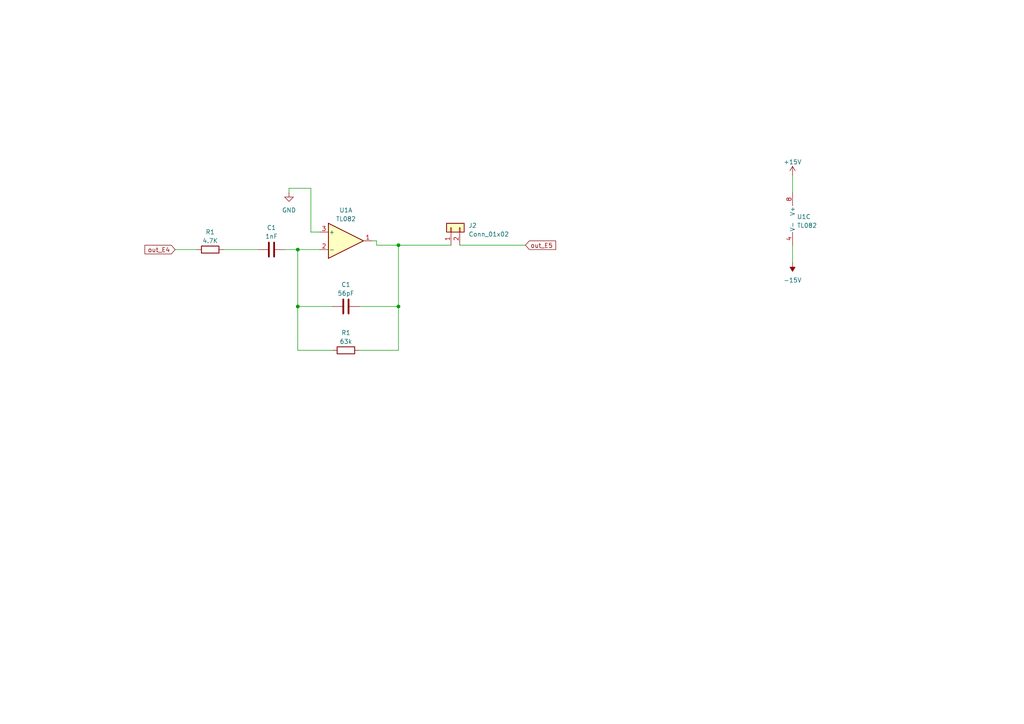
<source format=kicad_sch>
(kicad_sch (version 20230121) (generator eeschema)
  (paper "A4")
  (lib_symbols
    (symbol "Amplifier_Operational:TL082" (pin_names (offset 0.127))
      (property "Reference" "U" (at 0 5.08 0))
      (property "Value" "TL082" (at 0 -5.08 0))
      (symbol "TL082_1_1"
        (polyline (pts (xy -5.08 5.08) (xy 5.08 0) (xy -5.08 -5.08) (xy -5.08 5.08)) (stroke (width 0.254)) (fill (type background)))
        (pin output line (at 7.62 0 180) (length 2.54) (name "~") (number "1"))
        (pin input line (at -7.62 -2.54 0) (length 2.54) (name "-") (number "2"))
        (pin input line (at -7.62 2.54 0) (length 2.54) (name "+") (number "3"))
      )
      (symbol "TL082_2_1"
        (polyline (pts (xy -5.08 5.08) (xy 5.08 0) (xy -5.08 -5.08) (xy -5.08 5.08)) (stroke (width 0.254)) (fill (type background)))
        (pin input line (at -7.62 2.54 0) (length 2.54) (name "+") (number "5"))
        (pin input line (at -7.62 -2.54 0) (length 2.54) (name "-") (number "6"))
        (pin output line (at 7.62 0 180) (length 2.54) (name "~") (number "7"))
      )
      (symbol "TL082_3_1"
        (pin power_in line (at -2.54 -7.62 90) (length 3.81) (name "V-") (number "4"))
        (pin power_in line (at -2.54 7.62 270) (length 3.81) (name "V+") (number "8"))
      )
    )
    (symbol "Connector_Generic:Conn_01x02" (pin_names (offset 1.016) hide)
      (property "Reference" "J" (at 0 2.54 0))
      (property "Value" "Conn_01x02" (at 0 -5.08 0))
      (symbol "Conn_01x02_1_1"
        (rectangle (start -1.27 -2.413) (end 0 -2.667) (stroke (width 0.1524)))
        (rectangle (start -1.27 0.127) (end 0 -0.127) (stroke (width 0.1524)))
        (rectangle (start -1.27 1.27) (end 1.27 -3.81) (stroke (width 0.254)) (fill (type background)))
        (pin passive line (at -5.08 0 0) (length 3.81) (name "Pin_1") (number "1"))
        (pin passive line (at -5.08 -2.54 0) (length 3.81) (name "Pin_2") (number "2"))
      )
    )
    (symbol "Device:C" (pin_numbers hide) (pin_names (offset 0.254))
      (property "Reference" "C" (at 0.635 2.54 0))
      (property "Value" "C" (at 0.635 -2.54 0))
      (symbol "C_0_1"
        (polyline (pts (xy -2.032 -0.762) (xy 2.032 -0.762)) (stroke (width 0.508)))
        (polyline (pts (xy -2.032 0.762) (xy 2.032 0.762)) (stroke (width 0.508)))
      )
      (symbol "C_1_1"
        (pin passive line (at 0 3.81 270) (length 2.794) (name "~") (number "1"))
        (pin passive line (at 0 -3.81 90) (length 2.794) (name "~") (number "2"))
      )
    )
    (symbol "Device:R" (pin_numbers hide) (pin_names (offset 0))
      (property "Reference" "R" (at 2.032 0 90))
      (property "Value" "R" (at 0 0 90))
      (symbol "R_0_1"
        (rectangle (start -1.016 -2.54) (end 1.016 2.54) (stroke (width 0.254)))
      )
      (symbol "R_1_1"
        (pin passive line (at 0 3.81 270) (length 1.27) (name "~") (number "1"))
        (pin passive line (at 0 -3.81 90) (length 1.27) (name "~") (number "2"))
      )
    )
    (symbol "power:+15V" (power) (pin_names (offset 0))
      (property "Value" "+15V" (at 0 3.556 0))
      (symbol "+15V_0_1"
        (polyline (pts (xy -0.762 1.27) (xy 0 2.54)))
        (polyline (pts (xy 0 0) (xy 0 2.54)))
        (polyline (pts (xy 0 2.54) (xy 0.762 1.27)))
      )
      (symbol "+15V_1_1"
        (pin power_in line (at 0 0 90) (length 0) hide (name "+15V") (number "1"))
      )
    )
    (symbol "power:-15V" (power) (pin_names (offset 0))
      (property "Value" "-15V" (at 0 3.81 0))
      (symbol "-15V_0_0"
        (pin power_in line (at 0 0 90) (length 0) hide (name "-15V") (number "1"))
      )
      (symbol "-15V_0_1"
        (polyline (pts (xy 0 0) (xy 0 1.27) (xy 0.762 1.27) (xy 0 2.54) (xy -0.762 1.27) (xy 0 1.27)) (fill (type outline)))
      )
    )
    (symbol "power:GND" (power) (pin_names (offset 0))
      (property "Value" "GND" (at 0 -3.81 0))
      (symbol "GND_0_1"
        (polyline (pts (xy 0 0) (xy 0 -1.27) (xy 1.27 -1.27) (xy 0 -2.54) (xy -1.27 -1.27) (xy 0 -1.27)))
      )
      (symbol "GND_1_1"
        (pin power_in line (at 0 0 270) (length 0) hide (name "GND") (number "1"))
      )
    )
  )
  (junction (at 86.36 72.39))
  (junction (at 115.57 88.9))
  (junction (at 115.57 71.12))
  (junction (at 86.36 88.9))
  (wire (pts (xy 109.22 71.12) (xy 109.22 69.85)))
  (wire (pts (xy 86.36 88.9) (xy 86.36 72.39)))
  (wire (pts (xy 50.8 72.39) (xy 57.15 72.39)))
  (wire (pts (xy 82.55 72.39) (xy 86.36 72.39)))
  (wire (pts (xy 86.36 88.9) (xy 96.52 88.9)))
  (wire (pts (xy 115.57 101.6) (xy 115.57 88.9)))
  (wire (pts (xy 83.82 54.61) (xy 90.17 54.61)))
  (wire (pts (xy 90.17 67.31) (xy 92.71 67.31)))
  (wire (pts (xy 90.17 54.61) (xy 90.17 67.31)))
  (wire (pts (xy 104.14 88.9) (xy 115.57 88.9)))
  (wire (pts (xy 109.22 69.85) (xy 107.95 69.85)))
  (wire (pts (xy 104.14 101.6) (xy 115.57 101.6)))
  (wire (pts (xy 64.77 72.39) (xy 74.93 72.39)))
  (wire (pts (xy 229.87 71.12) (xy 229.87 76.2)))
  (wire (pts (xy 83.82 55.88) (xy 83.82 54.61)))
  (wire (pts (xy 96.52 101.6) (xy 86.36 101.6)))
  (wire (pts (xy 86.36 72.39) (xy 92.71 72.39)))
  (wire (pts (xy 86.36 101.6) (xy 86.36 88.9)))
  (wire (pts (xy 133.35 71.12) (xy 152.4 71.12)))
  (wire (pts (xy 229.87 50.8) (xy 229.87 55.88)))
  (wire (pts (xy 115.57 88.9) (xy 115.57 71.12)))
  (wire (pts (xy 130.81 71.12) (xy 115.57 71.12)))
  (wire (pts (xy 115.57 71.12) (xy 109.22 71.12)))
  (global_label "out_E4" (shape input) (at 50.8 72.39 180) (property "Intersheetrefs" "${INTERSHEET_REFS}" (effects hide)))
  (global_label "out_E5" (shape input) (at 152.4 71.12 0) (property "Intersheetrefs" "${INTERSHEET_REFS}" (effects hide)))
  (symbol (lib_id "power:GND") (at 83.82 55.88 0) (unit 1)
    (property "Reference" "#PWR020" (effects hide))
    (property "Value" "GND" (at 83.82 60.96 0))
  )
  (symbol (lib_id "Device:R") (at 100.33 101.6 90) (unit 1)
    (property "Reference" "R1" (at 100.33 96.52 90))
    (property "Value" "63k" (at 100.33 99.06 90))
    (property "Footprint" "Resistor_THT:R_Axial_DIN0207_L6.3mm_D2.5mm_P10.16mm_Horizontal" (effects hide))
    (instances (project "op" (path "" (reference "R1") (unit 1)) (path "" (reference "R21") (unit 1))))
  )
  (symbol (lib_id "Device:C") (at 78.74 72.39 90) (unit 1)
    (property "Reference" "C1" (at 78.74 66.04 90))
    (property "Value" "1nF" (at 78.74 68.58 90))
    (property "Footprint" "Capacitor_THT:CP_Radial_Tantal_D6.0mm_P5.00mm" (effects hide))
    (instances (project "op" (path "" (reference "C1") (unit 1)) (path "" (reference "C2") (unit 1))))
  )
  (symbol (lib_id "Amplifier_Operational:TL082") (at 100.33 69.85 0) (unit 1)
    (property "Reference" "U1" (at 100.33 60.96 0))
    (property "Value" "TL082" (at 100.33 63.5 0))
    (property "Footprint" "Package_DIP:DIP-8_W10.16mm_LongPads" (effects hide))
    (property "Datasheet" "http://www.ti.com/lit/ds/symlink/tl081.pdf" (effects hide))
    (instances (project "op" (path "" (reference "U1") (unit 1)) (path "" (reference "U4") (unit 1))))
  )
  (symbol (lib_id "power:+15V") (at 229.87 50.8 0) (unit 1)
    (property "Reference" "#PWR021" (effects hide))
    (property "Value" "+15V" (at 229.87 46.99 0))
  )
  (symbol (lib_id "Device:R") (at 60.96 72.39 90) (unit 1)
    (property "Reference" "R1" (at 60.96 67.31 90))
    (property "Value" "4.7K" (at 60.96 69.85 90))
    (property "Footprint" "Resistor_THT:R_Axial_DIN0207_L6.3mm_D2.5mm_P10.16mm_Horizontal" (effects hide))
    (instances (project "op" (path "" (reference "R1") (unit 1)) (path "" (reference "R20") (unit 1))))
  )
  (symbol (lib_id "Amplifier_Operational:TL082") (at 232.41 63.5 0) (unit 3)
    (property "Reference" "U1" (at 231.14 62.865 0) (effects (justify left)))
    (property "Value" "TL082" (at 231.14 65.405 0) (effects (justify left)))
    (property "Footprint" "Package_DIP:DIP-8_W10.16mm_LongPads" (effects hide))
    (property "Datasheet" "http://www.ti.com/lit/ds/symlink/tl081.pdf" (effects hide))
    (instances (project "op" (path "" (reference "U1") (unit 3)) (path "" (reference "U4") (unit 3))))
  )
  (symbol (lib_id "Connector_Generic:Conn_01x02") (at 130.81 66.04 90) (unit 1)
    (property "Reference" "J2" (at 135.89 65.405 90) (effects (justify right)))
    (property "Value" "Conn_01x02" (at 135.89 67.945 90) (effects (justify right)))
    (property "Footprint" "Connector_PinHeader_2.00mm:PinHeader_1x02_P2.00mm_Vertical" (effects hide))
    (instances (project "op" (path "" (reference "J2") (unit 1)) (path "" (reference "J16") (unit 1))))
  )
  (symbol (lib_id "Device:C") (at 100.33 88.9 90) (unit 1)
    (property "Reference" "C1" (at 100.33 82.55 90))
    (property "Value" "56pF" (at 100.33 85.09 90))
    (property "Footprint" "Capacitor_THT:CP_Radial_Tantal_D6.0mm_P5.00mm" (effects hide))
    (instances (project "op" (path "" (reference "C1") (unit 1)) (path "" (reference "C3") (unit 1))))
  )
  (symbol (lib_id "power:-15V") (at 229.87 76.2 180) (unit 1)
    (property "Reference" "#PWR022" (effects hide))
    (property "Value" "-15V" (at 229.87 81.28 0))
  )
)
</source>
